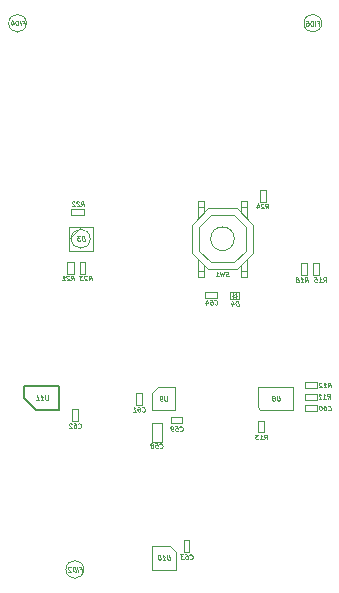
<source format=gbr>
G04 #@! TF.GenerationSoftware,KiCad,Pcbnew,(5.1.7)-1*
G04 #@! TF.CreationDate,2020-11-04T19:15:34+01:00*
G04 #@! TF.ProjectId,generic_node,67656e65-7269-4635-9f6e-6f64652e6b69,2.0.2*
G04 #@! TF.SameCoordinates,PX510ff40PY6422c40*
G04 #@! TF.FileFunction,Other,Fab,Bot*
%FSLAX46Y46*%
G04 Gerber Fmt 4.6, Leading zero omitted, Abs format (unit mm)*
G04 Created by KiCad (PCBNEW (5.1.7)-1) date 2020-11-04 19:15:34*
%MOMM*%
%LPD*%
G01*
G04 APERTURE LIST*
%ADD10C,0.100000*%
%ADD11C,0.150000*%
%ADD12C,0.120000*%
G04 APERTURE END LIST*
D10*
X-992000Y-14538803D02*
X1008000Y-14538803D01*
X1008000Y-14538803D02*
X1008000Y-12538803D01*
X1008000Y-12538803D02*
X-492000Y-12538803D01*
X-492000Y-12538803D02*
X-992000Y-13038803D01*
X-992000Y-13038803D02*
X-992000Y-14538803D01*
D11*
X-10800000Y-14488803D02*
X-8800000Y-14488803D01*
X-8800000Y-14488803D02*
X-8800000Y-12488803D01*
X-8800000Y-12488803D02*
X-11800000Y-12488803D01*
X-11800000Y-12488803D02*
X-11800000Y-13488803D01*
X-11800000Y-13488803D02*
X-10800000Y-14488803D01*
D10*
X1025400Y-26512900D02*
X525400Y-26012900D01*
X1025400Y-28012900D02*
X1025400Y-26512900D01*
X-974600Y-28012900D02*
X1025400Y-28012900D01*
X-974600Y-26012900D02*
X-974600Y-28012900D01*
X525400Y-26012900D02*
X-974600Y-26012900D01*
D12*
X8012000Y-14227000D02*
X8012000Y-12527000D01*
X8012000Y-12527000D02*
X11012000Y-12527000D01*
X11012000Y-12527000D02*
X11012000Y-14527000D01*
X11012000Y-14527000D02*
X8212000Y-14527000D01*
X8012000Y-14227000D02*
X8212000Y-14527000D01*
D10*
X-8135000Y-2990000D02*
X-7595000Y-2990000D01*
X-7595000Y-2990000D02*
X-7595000Y-1940000D01*
X-7595000Y-1940000D02*
X-8135000Y-1940000D01*
X-8135000Y-1940000D02*
X-8135000Y-2990000D01*
X1614000Y-15621000D02*
X1614000Y-15121000D01*
X1614000Y-15121000D02*
X614000Y-15121000D01*
X614000Y-15121000D02*
X614000Y-15621000D01*
X614000Y-15621000D02*
X1614000Y-15621000D01*
X-930000Y-17180000D02*
X-130000Y-17180000D01*
X-130000Y-17180000D02*
X-130000Y-15580000D01*
X-130000Y-15580000D02*
X-930000Y-15580000D01*
X-930000Y-15580000D02*
X-930000Y-17180000D01*
X13010000Y-14580000D02*
X13010000Y-14080000D01*
X13010000Y-14080000D02*
X12010000Y-14080000D01*
X12010000Y-14080000D02*
X12010000Y-14580000D01*
X12010000Y-14580000D02*
X13010000Y-14580000D01*
X-1845000Y-13059000D02*
X-2345000Y-13059000D01*
X-2345000Y-13059000D02*
X-2345000Y-14059000D01*
X-2345000Y-14059000D02*
X-1845000Y-14059000D01*
X-1845000Y-14059000D02*
X-1845000Y-13059000D01*
X2203000Y-26509000D02*
X2203000Y-25509000D01*
X1703000Y-26509000D02*
X2203000Y-26509000D01*
X1703000Y-25509000D02*
X1703000Y-26509000D01*
X2203000Y-25509000D02*
X1703000Y-25509000D01*
X-7770000Y-14450000D02*
X-7770000Y-15450000D01*
X-7270000Y-14450000D02*
X-7770000Y-14450000D01*
X-7270000Y-15450000D02*
X-7270000Y-14450000D01*
X-7770000Y-15450000D02*
X-7270000Y-15450000D01*
X4551000Y-4525000D02*
X3551000Y-4525000D01*
X4551000Y-5025000D02*
X4551000Y-4525000D01*
X3551000Y-5025000D02*
X4551000Y-5025000D01*
X3551000Y-4525000D02*
X3551000Y-5025000D01*
X12014000Y-13619000D02*
X13014000Y-13619000D01*
X12014000Y-13119000D02*
X12014000Y-13619000D01*
X13014000Y-13119000D02*
X12014000Y-13119000D01*
X13014000Y-13619000D02*
X13014000Y-13119000D01*
X13204000Y-3088000D02*
X13204000Y-2088000D01*
X12704000Y-3088000D02*
X13204000Y-3088000D01*
X12704000Y-2088000D02*
X12704000Y-3088000D01*
X13204000Y-2088000D02*
X12704000Y-2088000D01*
X12000000Y-12650000D02*
X13000000Y-12650000D01*
X12000000Y-12150000D02*
X12000000Y-12650000D01*
X13000000Y-12150000D02*
X12000000Y-12150000D01*
X13000000Y-12650000D02*
X13000000Y-12150000D01*
X8660000Y4140000D02*
X8160000Y4140000D01*
X8160000Y4140000D02*
X8160000Y3140000D01*
X8160000Y3140000D02*
X8660000Y3140000D01*
X8660000Y3140000D02*
X8660000Y4140000D01*
X-7099000Y-1965000D02*
X-7099000Y-2965000D01*
X-6599000Y-1965000D02*
X-7099000Y-1965000D01*
X-6599000Y-2965000D02*
X-6599000Y-1965000D01*
X-7099000Y-2965000D02*
X-6599000Y-2965000D01*
X-8000000Y-1000000D02*
X-8000000Y1000000D01*
X-6000000Y-1000000D02*
X-8000000Y-1000000D01*
X-6000000Y1000000D02*
X-6000000Y-1000000D01*
X-8000000Y1000000D02*
X-6000000Y1000000D01*
X-8000000Y0D02*
X-7000000Y1000000D01*
X-6200000Y0D02*
G75*
G03*
X-6200000Y0I-800000J0D01*
G01*
X8000000Y-15400000D02*
X8000000Y-16400000D01*
X8500000Y-15400000D02*
X8000000Y-15400000D01*
X8500000Y-16400000D02*
X8500000Y-15400000D01*
X8000000Y-16400000D02*
X8500000Y-16400000D01*
X11688000Y-2088000D02*
X11688000Y-3088000D01*
X12188000Y-2088000D02*
X11688000Y-2088000D01*
X12188000Y-3088000D02*
X12188000Y-2088000D01*
X11688000Y-3088000D02*
X12188000Y-3088000D01*
X6169500Y-4838500D02*
X6269500Y-4838500D01*
X6169500Y-5038500D02*
X5869500Y-4838500D01*
X6169500Y-4638500D02*
X6169500Y-5038500D01*
X5869500Y-4838500D02*
X6169500Y-4638500D01*
X5869500Y-4838500D02*
X5769500Y-4838500D01*
X5869500Y-4638500D02*
X5869500Y-5038500D01*
X6419500Y-5138500D02*
X6419500Y-4538500D01*
X5619500Y-5138500D02*
X6419500Y-5138500D01*
X5619500Y-4538500D02*
X5619500Y-5138500D01*
X6419500Y-4538500D02*
X5619500Y-4538500D01*
X-6750000Y-28000000D02*
G75*
G03*
X-6750000Y-28000000I-750000J0D01*
G01*
X-6760000Y2529000D02*
X-7810000Y2529000D01*
X-6760000Y1989000D02*
X-6760000Y2529000D01*
X-7810000Y1989000D02*
X-6760000Y1989000D01*
X-7810000Y2529000D02*
X-7810000Y1989000D01*
X6000000Y0D02*
G75*
G03*
X6000000Y0I-1000000J0D01*
G01*
X7600000Y-1200000D02*
X6200000Y-2600000D01*
X7600000Y1200000D02*
X7600000Y-1200000D01*
X6200000Y2600000D02*
X7600000Y1200000D01*
X3800000Y2600000D02*
X6200000Y2600000D01*
X2400000Y1200000D02*
X3800000Y2600000D01*
X2400000Y-1200000D02*
X2400000Y1200000D01*
X3800000Y-2600000D02*
X2400000Y-1200000D01*
X6200000Y-2600000D02*
X3800000Y-2600000D01*
X4000000Y-2000000D02*
X6000000Y-2000000D01*
X3000000Y-1000000D02*
X4000000Y-2000000D01*
X3000000Y1000000D02*
X3000000Y-1000000D01*
X4000000Y2000000D02*
X3000000Y1000000D01*
X6000000Y2000000D02*
X4000000Y2000000D01*
X7000000Y1000000D02*
X6000000Y2000000D01*
X7000000Y-1000000D02*
X7000000Y1000000D01*
X6000000Y-2000000D02*
X7000000Y-1000000D01*
X3400000Y3200000D02*
X3400000Y2200000D01*
X2900000Y2700000D02*
X3400000Y2700000D01*
X2900000Y1700000D02*
X2900000Y3200000D01*
X2900000Y-1700000D02*
X2900000Y-3200000D01*
X3400000Y-3200000D02*
X3400000Y-2200000D01*
X2900000Y-2700000D02*
X3400000Y-2700000D01*
X6600000Y-3200000D02*
X6600000Y-2200000D01*
X7100000Y-1700000D02*
X7100000Y-3200000D01*
X7100000Y-2700000D02*
X6600000Y-2700000D01*
X6600000Y3200000D02*
X6600000Y2200000D01*
X7100000Y1700000D02*
X7100000Y3200000D01*
X7100000Y2700000D02*
X6600000Y2700000D01*
X7100000Y-3200000D02*
X6600000Y-3200000D01*
X2900000Y-3200000D02*
X3400000Y-3200000D01*
X7100000Y3200000D02*
X6600000Y3200000D01*
X2900000Y3200000D02*
X3400000Y3200000D01*
X-11600000Y18250000D02*
G75*
G03*
X-11600000Y18250000I-750000J0D01*
G01*
X13400000Y18250000D02*
G75*
G03*
X13400000Y18250000I-750000J0D01*
G01*
X312761Y-13319755D02*
X312761Y-13643564D01*
X293714Y-13681660D01*
X274666Y-13700707D01*
X236571Y-13719755D01*
X160380Y-13719755D01*
X122285Y-13700707D01*
X103238Y-13681660D01*
X84190Y-13643564D01*
X84190Y-13319755D01*
X-125334Y-13719755D02*
X-201524Y-13719755D01*
X-239620Y-13700707D01*
X-258667Y-13681660D01*
X-296762Y-13624517D01*
X-315810Y-13548326D01*
X-315810Y-13395945D01*
X-296762Y-13357850D01*
X-277715Y-13338803D01*
X-239620Y-13319755D01*
X-163429Y-13319755D01*
X-125334Y-13338803D01*
X-106286Y-13357850D01*
X-87239Y-13395945D01*
X-87239Y-13491183D01*
X-106286Y-13529279D01*
X-125334Y-13548326D01*
X-163429Y-13567374D01*
X-239620Y-13567374D01*
X-277715Y-13548326D01*
X-296762Y-13529279D01*
X-315810Y-13491183D01*
X-9811518Y-13269755D02*
X-9771042Y-13593564D01*
X-9785328Y-13631660D01*
X-9801995Y-13650707D01*
X-9837709Y-13669755D01*
X-9913899Y-13669755D01*
X-9954375Y-13650707D01*
X-9975804Y-13631660D01*
X-9999614Y-13593564D01*
X-10040090Y-13269755D01*
X-10390090Y-13669755D02*
X-10161518Y-13669755D01*
X-10275804Y-13669755D02*
X-10325804Y-13269755D01*
X-10280566Y-13326898D01*
X-10237709Y-13364993D01*
X-10197233Y-13384041D01*
X-10771042Y-13669755D02*
X-10542471Y-13669755D01*
X-10656756Y-13669755D02*
X-10706756Y-13269755D01*
X-10661518Y-13326898D01*
X-10618661Y-13364993D01*
X-10578185Y-13384041D01*
X513882Y-26793852D02*
X554358Y-27117661D01*
X540072Y-27155757D01*
X523405Y-27174804D01*
X487691Y-27193852D01*
X411501Y-27193852D01*
X371025Y-27174804D01*
X349596Y-27155757D01*
X325786Y-27117661D01*
X285310Y-26793852D01*
X-64690Y-27193852D02*
X163882Y-27193852D01*
X49596Y-27193852D02*
X-404Y-26793852D01*
X44834Y-26850995D01*
X87691Y-26889090D01*
X128167Y-26908138D01*
X-362309Y-26793852D02*
X-400404Y-26793852D01*
X-436118Y-26812900D01*
X-452785Y-26831947D01*
X-467071Y-26870042D01*
X-476595Y-26946233D01*
X-464690Y-27041471D01*
X-436118Y-27117661D01*
X-412309Y-27155757D01*
X-390880Y-27174804D01*
X-350404Y-27193852D01*
X-312309Y-27193852D01*
X-276595Y-27174804D01*
X-259928Y-27155757D01*
X-245642Y-27117661D01*
X-236118Y-27041471D01*
X-248023Y-26946233D01*
X-276595Y-26870042D01*
X-300404Y-26831947D01*
X-321833Y-26812900D01*
X-362309Y-26793852D01*
X9810005Y-13307952D02*
X9850482Y-13631761D01*
X9836196Y-13669857D01*
X9819529Y-13688904D01*
X9783815Y-13707952D01*
X9707625Y-13707952D01*
X9667148Y-13688904D01*
X9645720Y-13669857D01*
X9621910Y-13631761D01*
X9581434Y-13307952D01*
X9355244Y-13479380D02*
X9390958Y-13460333D01*
X9407625Y-13441285D01*
X9421910Y-13403190D01*
X9419529Y-13384142D01*
X9395720Y-13346047D01*
X9374291Y-13327000D01*
X9333815Y-13307952D01*
X9257625Y-13307952D01*
X9221910Y-13327000D01*
X9205244Y-13346047D01*
X9190958Y-13384142D01*
X9193339Y-13403190D01*
X9217148Y-13441285D01*
X9238577Y-13460333D01*
X9279053Y-13479380D01*
X9355244Y-13479380D01*
X9395720Y-13498428D01*
X9417148Y-13517476D01*
X9440958Y-13555571D01*
X9450482Y-13631761D01*
X9436196Y-13669857D01*
X9419529Y-13688904D01*
X9383815Y-13707952D01*
X9307625Y-13707952D01*
X9267148Y-13688904D01*
X9245720Y-13669857D01*
X9221910Y-13631761D01*
X9212386Y-13555571D01*
X9226672Y-13517476D01*
X9243339Y-13498428D01*
X9279053Y-13479380D01*
X-7799614Y-3530952D02*
X-7690090Y-3340476D01*
X-7571042Y-3530952D02*
X-7621042Y-3130952D01*
X-7773423Y-3130952D01*
X-7809137Y-3150000D01*
X-7825804Y-3169047D01*
X-7840090Y-3207142D01*
X-7832947Y-3264285D01*
X-7809137Y-3302380D01*
X-7787709Y-3321428D01*
X-7747233Y-3340476D01*
X-7594852Y-3340476D01*
X-7997233Y-3169047D02*
X-8018661Y-3150000D01*
X-8059137Y-3130952D01*
X-8154375Y-3130952D01*
X-8190090Y-3150000D01*
X-8206756Y-3169047D01*
X-8221042Y-3207142D01*
X-8216280Y-3245238D01*
X-8190090Y-3302380D01*
X-7932947Y-3530952D01*
X-8180566Y-3530952D01*
X-8561518Y-3530952D02*
X-8332947Y-3530952D01*
X-8447233Y-3530952D02*
X-8497233Y-3130952D01*
X-8451995Y-3188095D01*
X-8409137Y-3226190D01*
X-8368661Y-3245238D01*
X1395625Y-16242857D02*
X1417053Y-16261904D01*
X1476577Y-16280952D01*
X1514672Y-16280952D01*
X1569434Y-16261904D01*
X1602767Y-16223809D01*
X1617053Y-16185714D01*
X1626577Y-16109523D01*
X1619434Y-16052380D01*
X1590863Y-15976190D01*
X1567053Y-15938095D01*
X1524196Y-15900000D01*
X1464672Y-15880952D01*
X1426577Y-15880952D01*
X1371815Y-15900000D01*
X1355148Y-15919047D01*
X988482Y-15880952D02*
X1178958Y-15880952D01*
X1221815Y-16071428D01*
X1200386Y-16052380D01*
X1159910Y-16033333D01*
X1064672Y-16033333D01*
X1028958Y-16052380D01*
X1012291Y-16071428D01*
X998005Y-16109523D01*
X1009910Y-16204761D01*
X1033720Y-16242857D01*
X1055148Y-16261904D01*
X1095625Y-16280952D01*
X1190863Y-16280952D01*
X1226577Y-16261904D01*
X1243244Y-16242857D01*
X828958Y-16280952D02*
X752767Y-16280952D01*
X712291Y-16261904D01*
X690863Y-16242857D01*
X645625Y-16185714D01*
X617053Y-16109523D01*
X598005Y-15957142D01*
X612291Y-15919047D01*
X628958Y-15900000D01*
X664672Y-15880952D01*
X740863Y-15880952D01*
X781339Y-15900000D01*
X802767Y-15919047D01*
X826577Y-15957142D01*
X838482Y-16052380D01*
X824196Y-16090476D01*
X807529Y-16109523D01*
X771815Y-16128571D01*
X695625Y-16128571D01*
X655148Y-16109523D01*
X633720Y-16090476D01*
X609910Y-16052380D01*
X-304375Y-17692857D02*
X-282947Y-17711904D01*
X-223423Y-17730952D01*
X-185328Y-17730952D01*
X-130566Y-17711904D01*
X-97233Y-17673809D01*
X-82947Y-17635714D01*
X-73423Y-17559523D01*
X-80566Y-17502380D01*
X-109137Y-17426190D01*
X-132947Y-17388095D01*
X-175804Y-17350000D01*
X-235328Y-17330952D01*
X-273423Y-17330952D01*
X-328185Y-17350000D01*
X-344852Y-17369047D01*
X-711518Y-17330952D02*
X-521042Y-17330952D01*
X-478185Y-17521428D01*
X-499614Y-17502380D01*
X-540090Y-17483333D01*
X-635328Y-17483333D01*
X-671042Y-17502380D01*
X-687709Y-17521428D01*
X-701995Y-17559523D01*
X-690090Y-17654761D01*
X-666280Y-17692857D01*
X-644852Y-17711904D01*
X-604375Y-17730952D01*
X-509137Y-17730952D01*
X-473423Y-17711904D01*
X-456756Y-17692857D01*
X-937709Y-17502380D02*
X-901995Y-17483333D01*
X-885328Y-17464285D01*
X-871042Y-17426190D01*
X-873423Y-17407142D01*
X-897233Y-17369047D01*
X-918661Y-17350000D01*
X-959137Y-17330952D01*
X-1035328Y-17330952D01*
X-1071042Y-17350000D01*
X-1087709Y-17369047D01*
X-1101995Y-17407142D01*
X-1099614Y-17426190D01*
X-1075804Y-17464285D01*
X-1054375Y-17483333D01*
X-1013899Y-17502380D01*
X-937709Y-17502380D01*
X-897233Y-17521428D01*
X-875804Y-17540476D01*
X-851995Y-17578571D01*
X-842471Y-17654761D01*
X-856756Y-17692857D01*
X-873423Y-17711904D01*
X-909137Y-17730952D01*
X-985328Y-17730952D01*
X-1025804Y-17711904D01*
X-1047233Y-17692857D01*
X-1071042Y-17654761D01*
X-1080566Y-17578571D01*
X-1066280Y-17540476D01*
X-1049614Y-17521428D01*
X-1013899Y-17502380D01*
X13945625Y-14492857D02*
X13967053Y-14511904D01*
X14026577Y-14530952D01*
X14064672Y-14530952D01*
X14119434Y-14511904D01*
X14152767Y-14473809D01*
X14167053Y-14435714D01*
X14176577Y-14359523D01*
X14169434Y-14302380D01*
X14140863Y-14226190D01*
X14117053Y-14188095D01*
X14074196Y-14150000D01*
X14014672Y-14130952D01*
X13976577Y-14130952D01*
X13921815Y-14150000D01*
X13905148Y-14169047D01*
X13557529Y-14130952D02*
X13633720Y-14130952D01*
X13674196Y-14150000D01*
X13695625Y-14169047D01*
X13740863Y-14226190D01*
X13769434Y-14302380D01*
X13788482Y-14454761D01*
X13774196Y-14492857D01*
X13757529Y-14511904D01*
X13721815Y-14530952D01*
X13645625Y-14530952D01*
X13605148Y-14511904D01*
X13583720Y-14492857D01*
X13559910Y-14454761D01*
X13548005Y-14359523D01*
X13562291Y-14321428D01*
X13578958Y-14302380D01*
X13614672Y-14283333D01*
X13690863Y-14283333D01*
X13731339Y-14302380D01*
X13752767Y-14321428D01*
X13776577Y-14359523D01*
X13271815Y-14130952D02*
X13233720Y-14130952D01*
X13198005Y-14150000D01*
X13181339Y-14169047D01*
X13167053Y-14207142D01*
X13157529Y-14283333D01*
X13169434Y-14378571D01*
X13198005Y-14454761D01*
X13221815Y-14492857D01*
X13243244Y-14511904D01*
X13283720Y-14530952D01*
X13321815Y-14530952D01*
X13357529Y-14511904D01*
X13374196Y-14492857D01*
X13388482Y-14454761D01*
X13398005Y-14378571D01*
X13386101Y-14283333D01*
X13357529Y-14207142D01*
X13333720Y-14169047D01*
X13312291Y-14150000D01*
X13271815Y-14130952D01*
X-1804375Y-14592857D02*
X-1782947Y-14611904D01*
X-1723423Y-14630952D01*
X-1685328Y-14630952D01*
X-1630566Y-14611904D01*
X-1597233Y-14573809D01*
X-1582947Y-14535714D01*
X-1573423Y-14459523D01*
X-1580566Y-14402380D01*
X-1609137Y-14326190D01*
X-1632947Y-14288095D01*
X-1675804Y-14250000D01*
X-1735328Y-14230952D01*
X-1773423Y-14230952D01*
X-1828185Y-14250000D01*
X-1844852Y-14269047D01*
X-2192471Y-14230952D02*
X-2116280Y-14230952D01*
X-2075804Y-14250000D01*
X-2054375Y-14269047D01*
X-2009137Y-14326190D01*
X-1980566Y-14402380D01*
X-1961518Y-14554761D01*
X-1975804Y-14592857D01*
X-1992471Y-14611904D01*
X-2028185Y-14630952D01*
X-2104375Y-14630952D01*
X-2144852Y-14611904D01*
X-2166280Y-14592857D01*
X-2190090Y-14554761D01*
X-2201995Y-14459523D01*
X-2187709Y-14421428D01*
X-2171042Y-14402380D01*
X-2135328Y-14383333D01*
X-2059137Y-14383333D01*
X-2018661Y-14402380D01*
X-1997233Y-14421428D01*
X-1973423Y-14459523D01*
X-2561518Y-14630952D02*
X-2332947Y-14630952D01*
X-2447233Y-14630952D02*
X-2497233Y-14230952D01*
X-2451995Y-14288095D01*
X-2409137Y-14326190D01*
X-2368661Y-14345238D01*
X2248625Y-27092857D02*
X2270053Y-27111904D01*
X2329577Y-27130952D01*
X2367672Y-27130952D01*
X2422434Y-27111904D01*
X2455767Y-27073809D01*
X2470053Y-27035714D01*
X2479577Y-26959523D01*
X2472434Y-26902380D01*
X2443863Y-26826190D01*
X2420053Y-26788095D01*
X2377196Y-26750000D01*
X2317672Y-26730952D01*
X2279577Y-26730952D01*
X2224815Y-26750000D01*
X2208148Y-26769047D01*
X1860529Y-26730952D02*
X1936720Y-26730952D01*
X1977196Y-26750000D01*
X1998625Y-26769047D01*
X2043863Y-26826190D01*
X2072434Y-26902380D01*
X2091482Y-27054761D01*
X2077196Y-27092857D01*
X2060529Y-27111904D01*
X2024815Y-27130952D01*
X1948625Y-27130952D01*
X1908148Y-27111904D01*
X1886720Y-27092857D01*
X1862910Y-27054761D01*
X1851005Y-26959523D01*
X1865291Y-26921428D01*
X1881958Y-26902380D01*
X1917672Y-26883333D01*
X1993863Y-26883333D01*
X2034339Y-26902380D01*
X2055767Y-26921428D01*
X2079577Y-26959523D01*
X1689101Y-26730952D02*
X1441482Y-26730952D01*
X1593863Y-26883333D01*
X1536720Y-26883333D01*
X1501005Y-26902380D01*
X1484339Y-26921428D01*
X1470053Y-26959523D01*
X1481958Y-27054761D01*
X1505767Y-27092857D01*
X1527196Y-27111904D01*
X1567672Y-27130952D01*
X1681958Y-27130952D01*
X1717672Y-27111904D01*
X1734339Y-27092857D01*
X-7204375Y-15992857D02*
X-7182947Y-16011904D01*
X-7123423Y-16030952D01*
X-7085328Y-16030952D01*
X-7030566Y-16011904D01*
X-6997233Y-15973809D01*
X-6982947Y-15935714D01*
X-6973423Y-15859523D01*
X-6980566Y-15802380D01*
X-7009137Y-15726190D01*
X-7032947Y-15688095D01*
X-7075804Y-15650000D01*
X-7135328Y-15630952D01*
X-7173423Y-15630952D01*
X-7228185Y-15650000D01*
X-7244852Y-15669047D01*
X-7592471Y-15630952D02*
X-7516280Y-15630952D01*
X-7475804Y-15650000D01*
X-7454375Y-15669047D01*
X-7409137Y-15726190D01*
X-7380566Y-15802380D01*
X-7361518Y-15954761D01*
X-7375804Y-15992857D01*
X-7392471Y-16011904D01*
X-7428185Y-16030952D01*
X-7504375Y-16030952D01*
X-7544852Y-16011904D01*
X-7566280Y-15992857D01*
X-7590090Y-15954761D01*
X-7601995Y-15859523D01*
X-7587709Y-15821428D01*
X-7571042Y-15802380D01*
X-7535328Y-15783333D01*
X-7459137Y-15783333D01*
X-7418661Y-15802380D01*
X-7397233Y-15821428D01*
X-7373423Y-15859523D01*
X-7778185Y-15669047D02*
X-7799614Y-15650000D01*
X-7840090Y-15630952D01*
X-7935328Y-15630952D01*
X-7971042Y-15650000D01*
X-7987709Y-15669047D01*
X-8001995Y-15707142D01*
X-7997233Y-15745238D01*
X-7971042Y-15802380D01*
X-7713899Y-16030952D01*
X-7961518Y-16030952D01*
X4346625Y-5542857D02*
X4368053Y-5561904D01*
X4427577Y-5580952D01*
X4465672Y-5580952D01*
X4520434Y-5561904D01*
X4553767Y-5523809D01*
X4568053Y-5485714D01*
X4577577Y-5409523D01*
X4570434Y-5352380D01*
X4541863Y-5276190D01*
X4518053Y-5238095D01*
X4475196Y-5200000D01*
X4415672Y-5180952D01*
X4377577Y-5180952D01*
X4322815Y-5200000D01*
X4306148Y-5219047D01*
X3958529Y-5180952D02*
X4034720Y-5180952D01*
X4075196Y-5200000D01*
X4096625Y-5219047D01*
X4141863Y-5276190D01*
X4170434Y-5352380D01*
X4189482Y-5504761D01*
X4175196Y-5542857D01*
X4158529Y-5561904D01*
X4122815Y-5580952D01*
X4046625Y-5580952D01*
X4006148Y-5561904D01*
X3984720Y-5542857D01*
X3960910Y-5504761D01*
X3949005Y-5409523D01*
X3963291Y-5371428D01*
X3979958Y-5352380D01*
X4015672Y-5333333D01*
X4091863Y-5333333D01*
X4132339Y-5352380D01*
X4153767Y-5371428D01*
X4177577Y-5409523D01*
X3594244Y-5314285D02*
X3627577Y-5580952D01*
X3670434Y-5161904D02*
X3801386Y-5447619D01*
X3553767Y-5447619D01*
X13900386Y-13530952D02*
X14009910Y-13340476D01*
X14128958Y-13530952D02*
X14078958Y-13130952D01*
X13926577Y-13130952D01*
X13890863Y-13150000D01*
X13874196Y-13169047D01*
X13859910Y-13207142D01*
X13867053Y-13264285D01*
X13890863Y-13302380D01*
X13912291Y-13321428D01*
X13952767Y-13340476D01*
X14105148Y-13340476D01*
X13519434Y-13530952D02*
X13748005Y-13530952D01*
X13633720Y-13530952D02*
X13583720Y-13130952D01*
X13628958Y-13188095D01*
X13671815Y-13226190D01*
X13712291Y-13245238D01*
X13138482Y-13530952D02*
X13367053Y-13530952D01*
X13252767Y-13530952D02*
X13202767Y-13130952D01*
X13248005Y-13188095D01*
X13290863Y-13226190D01*
X13331339Y-13245238D01*
X13550386Y-3680952D02*
X13659910Y-3490476D01*
X13778958Y-3680952D02*
X13728958Y-3280952D01*
X13576577Y-3280952D01*
X13540863Y-3300000D01*
X13524196Y-3319047D01*
X13509910Y-3357142D01*
X13517053Y-3414285D01*
X13540863Y-3452380D01*
X13562291Y-3471428D01*
X13602767Y-3490476D01*
X13755148Y-3490476D01*
X13169434Y-3680952D02*
X13398005Y-3680952D01*
X13283720Y-3680952D02*
X13233720Y-3280952D01*
X13278958Y-3338095D01*
X13321815Y-3376190D01*
X13362291Y-3395238D01*
X12757529Y-3280952D02*
X12948005Y-3280952D01*
X12990863Y-3471428D01*
X12969434Y-3452380D01*
X12928958Y-3433333D01*
X12833720Y-3433333D01*
X12798005Y-3452380D01*
X12781339Y-3471428D01*
X12767053Y-3509523D01*
X12778958Y-3604761D01*
X12802767Y-3642857D01*
X12824196Y-3661904D01*
X12864672Y-3680952D01*
X12959910Y-3680952D01*
X12995625Y-3661904D01*
X13012291Y-3642857D01*
X13950386Y-12580952D02*
X14059910Y-12390476D01*
X14178958Y-12580952D02*
X14128958Y-12180952D01*
X13976577Y-12180952D01*
X13940863Y-12200000D01*
X13924196Y-12219047D01*
X13909910Y-12257142D01*
X13917053Y-12314285D01*
X13940863Y-12352380D01*
X13962291Y-12371428D01*
X14002767Y-12390476D01*
X14155148Y-12390476D01*
X13569434Y-12580952D02*
X13798005Y-12580952D01*
X13683720Y-12580952D02*
X13633720Y-12180952D01*
X13678958Y-12238095D01*
X13721815Y-12276190D01*
X13762291Y-12295238D01*
X13371815Y-12219047D02*
X13350386Y-12200000D01*
X13309910Y-12180952D01*
X13214672Y-12180952D01*
X13178958Y-12200000D01*
X13162291Y-12219047D01*
X13148005Y-12257142D01*
X13152767Y-12295238D01*
X13178958Y-12352380D01*
X13436101Y-12580952D01*
X13188482Y-12580952D01*
X8650386Y2569048D02*
X8759910Y2759524D01*
X8878958Y2569048D02*
X8828958Y2969048D01*
X8676577Y2969048D01*
X8640863Y2950000D01*
X8624196Y2930953D01*
X8609910Y2892858D01*
X8617053Y2835715D01*
X8640863Y2797620D01*
X8662291Y2778572D01*
X8702767Y2759524D01*
X8855148Y2759524D01*
X8452767Y2930953D02*
X8431339Y2950000D01*
X8390863Y2969048D01*
X8295625Y2969048D01*
X8259910Y2950000D01*
X8243244Y2930953D01*
X8228958Y2892858D01*
X8233720Y2854762D01*
X8259910Y2797620D01*
X8517053Y2569048D01*
X8269434Y2569048D01*
X7893244Y2835715D02*
X7926577Y2569048D01*
X7969434Y2988096D02*
X8100386Y2702381D01*
X7852767Y2702381D01*
X-6299614Y-3530952D02*
X-6190090Y-3340476D01*
X-6071042Y-3530952D02*
X-6121042Y-3130952D01*
X-6273423Y-3130952D01*
X-6309137Y-3150000D01*
X-6325804Y-3169047D01*
X-6340090Y-3207142D01*
X-6332947Y-3264285D01*
X-6309137Y-3302380D01*
X-6287709Y-3321428D01*
X-6247233Y-3340476D01*
X-6094852Y-3340476D01*
X-6497233Y-3169047D02*
X-6518661Y-3150000D01*
X-6559137Y-3130952D01*
X-6654375Y-3130952D01*
X-6690090Y-3150000D01*
X-6706756Y-3169047D01*
X-6721042Y-3207142D01*
X-6716280Y-3245238D01*
X-6690090Y-3302380D01*
X-6432947Y-3530952D01*
X-6680566Y-3530952D01*
X-6863899Y-3130952D02*
X-7111518Y-3130952D01*
X-6959137Y-3283333D01*
X-7016280Y-3283333D01*
X-7051995Y-3302380D01*
X-7068661Y-3321428D01*
X-7082947Y-3359523D01*
X-7071042Y-3454761D01*
X-7047233Y-3492857D01*
X-7025804Y-3511904D01*
X-6985328Y-3530952D01*
X-6871042Y-3530952D01*
X-6835328Y-3511904D01*
X-6818661Y-3492857D01*
X-6661518Y-180952D02*
X-6711518Y219048D01*
X-6806756Y219048D01*
X-6861518Y200000D01*
X-6894852Y161905D01*
X-6909137Y123810D01*
X-6918661Y47620D01*
X-6911518Y-9523D01*
X-6882947Y-85714D01*
X-6859137Y-123809D01*
X-6816280Y-161904D01*
X-6756756Y-180952D01*
X-6661518Y-180952D01*
X-7073423Y219048D02*
X-7321042Y219048D01*
X-7168661Y66667D01*
X-7225804Y66667D01*
X-7261518Y47620D01*
X-7278185Y28572D01*
X-7292471Y-9523D01*
X-7280566Y-104761D01*
X-7256756Y-142857D01*
X-7235328Y-161904D01*
X-7194852Y-180952D01*
X-7080566Y-180952D01*
X-7044852Y-161904D01*
X-7028185Y-142857D01*
X8550386Y-16980952D02*
X8659910Y-16790476D01*
X8778958Y-16980952D02*
X8728958Y-16580952D01*
X8576577Y-16580952D01*
X8540863Y-16600000D01*
X8524196Y-16619047D01*
X8509910Y-16657142D01*
X8517053Y-16714285D01*
X8540863Y-16752380D01*
X8562291Y-16771428D01*
X8602767Y-16790476D01*
X8755148Y-16790476D01*
X8169434Y-16980952D02*
X8398005Y-16980952D01*
X8283720Y-16980952D02*
X8233720Y-16580952D01*
X8278958Y-16638095D01*
X8321815Y-16676190D01*
X8362291Y-16695238D01*
X7986101Y-16580952D02*
X7738482Y-16580952D01*
X7890863Y-16733333D01*
X7833720Y-16733333D01*
X7798005Y-16752380D01*
X7781339Y-16771428D01*
X7767053Y-16809523D01*
X7778958Y-16904761D01*
X7802767Y-16942857D01*
X7824196Y-16961904D01*
X7864672Y-16980952D01*
X7978958Y-16980952D01*
X8014672Y-16961904D01*
X8031339Y-16942857D01*
X12000386Y-3680952D02*
X12109910Y-3490476D01*
X12228958Y-3680952D02*
X12178958Y-3280952D01*
X12026577Y-3280952D01*
X11990863Y-3300000D01*
X11974196Y-3319047D01*
X11959910Y-3357142D01*
X11967053Y-3414285D01*
X11990863Y-3452380D01*
X12012291Y-3471428D01*
X12052767Y-3490476D01*
X12205148Y-3490476D01*
X11619434Y-3680952D02*
X11848005Y-3680952D01*
X11733720Y-3680952D02*
X11683720Y-3280952D01*
X11728958Y-3338095D01*
X11771815Y-3376190D01*
X11812291Y-3395238D01*
X11362291Y-3452380D02*
X11398005Y-3433333D01*
X11414672Y-3414285D01*
X11428958Y-3376190D01*
X11426577Y-3357142D01*
X11402767Y-3319047D01*
X11381339Y-3300000D01*
X11340863Y-3280952D01*
X11264672Y-3280952D01*
X11228958Y-3300000D01*
X11212291Y-3319047D01*
X11198005Y-3357142D01*
X11200386Y-3376190D01*
X11224196Y-3414285D01*
X11245625Y-3433333D01*
X11286101Y-3452380D01*
X11362291Y-3452380D01*
X11402767Y-3471428D01*
X11424196Y-3490476D01*
X11448005Y-3528571D01*
X11457529Y-3604761D01*
X11443244Y-3642857D01*
X11426577Y-3661904D01*
X11390863Y-3680952D01*
X11314672Y-3680952D01*
X11274196Y-3661904D01*
X11252767Y-3642857D01*
X11228958Y-3604761D01*
X11219434Y-3528571D01*
X11233720Y-3490476D01*
X11250386Y-3471428D01*
X11286101Y-3452380D01*
X6357982Y-5680952D02*
X6307982Y-5280952D01*
X6212744Y-5280952D01*
X6157982Y-5300000D01*
X6124648Y-5338095D01*
X6110363Y-5376190D01*
X6100839Y-5452380D01*
X6107982Y-5509523D01*
X6136553Y-5585714D01*
X6160363Y-5623809D01*
X6203220Y-5661904D01*
X6262744Y-5680952D01*
X6357982Y-5680952D01*
X5753220Y-5414285D02*
X5786553Y-5680952D01*
X5829410Y-5261904D02*
X5960363Y-5547619D01*
X5712744Y-5547619D01*
X-7054375Y-27971428D02*
X-6921042Y-27971428D01*
X-6894852Y-28180952D02*
X-6944852Y-27780952D01*
X-7135328Y-27780952D01*
X-7237709Y-28180952D02*
X-7287709Y-27780952D01*
X-7428185Y-28180952D02*
X-7478185Y-27780952D01*
X-7573423Y-27780952D01*
X-7628185Y-27800000D01*
X-7661518Y-27838095D01*
X-7675804Y-27876190D01*
X-7685328Y-27952380D01*
X-7678185Y-28009523D01*
X-7649614Y-28085714D01*
X-7625804Y-28123809D01*
X-7582947Y-28161904D01*
X-7523423Y-28180952D01*
X-7428185Y-28180952D01*
X-7854375Y-27819047D02*
X-7875804Y-27800000D01*
X-7916280Y-27780952D01*
X-8011518Y-27780952D01*
X-8047233Y-27800000D01*
X-8063899Y-27819047D01*
X-8078185Y-27857142D01*
X-8073423Y-27895238D01*
X-8047233Y-27952380D01*
X-7790090Y-28180952D01*
X-8037709Y-28180952D01*
X-6949614Y2769048D02*
X-6840090Y2959524D01*
X-6721042Y2769048D02*
X-6771042Y3169048D01*
X-6923423Y3169048D01*
X-6959137Y3150000D01*
X-6975804Y3130953D01*
X-6990090Y3092858D01*
X-6982947Y3035715D01*
X-6959137Y2997620D01*
X-6937709Y2978572D01*
X-6897233Y2959524D01*
X-6744852Y2959524D01*
X-7147233Y3130953D02*
X-7168661Y3150000D01*
X-7209137Y3169048D01*
X-7304375Y3169048D01*
X-7340090Y3150000D01*
X-7356756Y3130953D01*
X-7371042Y3092858D01*
X-7366280Y3054762D01*
X-7340090Y2997620D01*
X-7082947Y2769048D01*
X-7330566Y2769048D01*
X-7528185Y3130953D02*
X-7549614Y3150000D01*
X-7590090Y3169048D01*
X-7685328Y3169048D01*
X-7721042Y3150000D01*
X-7737709Y3130953D01*
X-7751995Y3092858D01*
X-7747233Y3054762D01*
X-7721042Y2997620D01*
X-7463899Y2769048D01*
X-7711518Y2769048D01*
X5524196Y-3161904D02*
X5469434Y-3180952D01*
X5374196Y-3180952D01*
X5333720Y-3161904D01*
X5312291Y-3142857D01*
X5288482Y-3104761D01*
X5283720Y-3066666D01*
X5298005Y-3028571D01*
X5314672Y-3009523D01*
X5350386Y-2990476D01*
X5424196Y-2971428D01*
X5459910Y-2952380D01*
X5476577Y-2933333D01*
X5490863Y-2895238D01*
X5486101Y-2857142D01*
X5462291Y-2819047D01*
X5440863Y-2800000D01*
X5400386Y-2780952D01*
X5305148Y-2780952D01*
X5250386Y-2800000D01*
X5114672Y-2780952D02*
X5069434Y-3180952D01*
X4957529Y-2895238D01*
X4917053Y-3180952D01*
X4771815Y-2780952D01*
X4459910Y-3180952D02*
X4688482Y-3180952D01*
X4574196Y-3180952D02*
X4524196Y-2780952D01*
X4569434Y-2838095D01*
X4612291Y-2876190D01*
X4652767Y-2895238D01*
X-11904375Y18278572D02*
X-11771042Y18278572D01*
X-11744852Y18069048D02*
X-11794852Y18469048D01*
X-11985328Y18469048D01*
X-12087709Y18069048D02*
X-12137709Y18469048D01*
X-12278185Y18069048D02*
X-12328185Y18469048D01*
X-12423423Y18469048D01*
X-12478185Y18450000D01*
X-12511518Y18411905D01*
X-12525804Y18373810D01*
X-12535328Y18297620D01*
X-12528185Y18240477D01*
X-12499614Y18164286D01*
X-12475804Y18126191D01*
X-12432947Y18088096D01*
X-12373423Y18069048D01*
X-12278185Y18069048D01*
X-12882947Y18335715D02*
X-12849614Y18069048D01*
X-12806756Y18488096D02*
X-12675804Y18202381D01*
X-12923423Y18202381D01*
X13078571Y18228572D02*
X13211904Y18228572D01*
X13211904Y18019048D02*
X13211904Y18419048D01*
X13021428Y18419048D01*
X12869047Y18019048D02*
X12869047Y18419048D01*
X12678571Y18019048D02*
X12678571Y18419048D01*
X12583333Y18419048D01*
X12526190Y18400000D01*
X12488095Y18361905D01*
X12469047Y18323810D01*
X12450000Y18247620D01*
X12450000Y18190477D01*
X12469047Y18114286D01*
X12488095Y18076191D01*
X12526190Y18038096D01*
X12583333Y18019048D01*
X12678571Y18019048D01*
X12107142Y18419048D02*
X12183333Y18419048D01*
X12221428Y18400000D01*
X12240476Y18380953D01*
X12278571Y18323810D01*
X12297619Y18247620D01*
X12297619Y18095239D01*
X12278571Y18057143D01*
X12259523Y18038096D01*
X12221428Y18019048D01*
X12145238Y18019048D01*
X12107142Y18038096D01*
X12088095Y18057143D01*
X12069047Y18095239D01*
X12069047Y18190477D01*
X12088095Y18228572D01*
X12107142Y18247620D01*
X12145238Y18266667D01*
X12221428Y18266667D01*
X12259523Y18247620D01*
X12278571Y18228572D01*
X12297619Y18190477D01*
M02*

</source>
